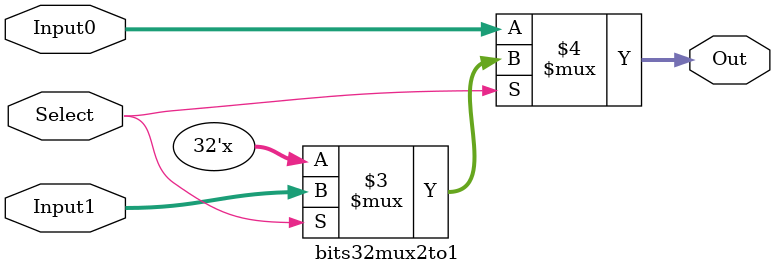
<source format=v>
`timescale 1ns / 1ps
module bits32mux2to1(
    input [31:0] Input0,
    input [31:0] Input1,
    input Select,
    output [31:0] Out
    );
	 assign Out = (Select == 1'b0)?  Input0:
						(Select ==1'b1)? Input1:
						32'bX;
	 /* another implementation
	 reg [31:0] Outres;
	 assign Out = Outres;
	 always@(*) begin
		if(Select) begin
			Outres <= Input1;
		end else begin
			Outres <= Input0;
		end
	end
	*/
endmodule

</source>
